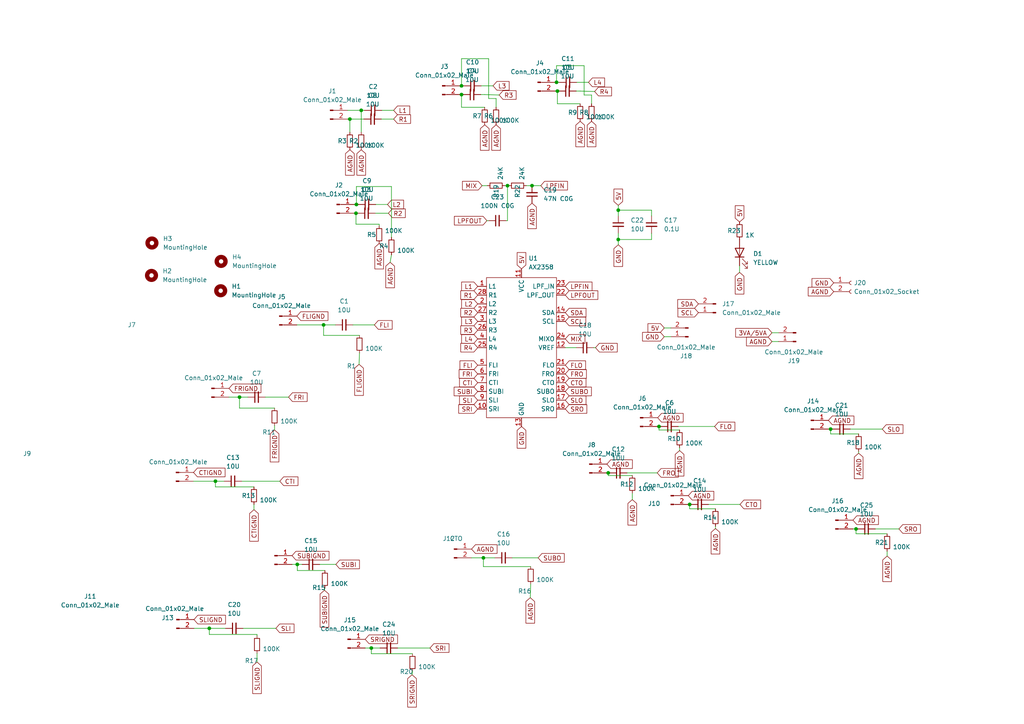
<source format=kicad_sch>
(kicad_sch (version 20230121) (generator eeschema)
  (paper "A4")
  (lib_symbols
    (symbol "Audio:AX2358"
      (property "Reference" "U" (at 0 0 0))
      (property "Value" "AX2358" (at 0 0 0))
      (symbol "AX2358_0_1"
        (polyline (pts (xy -10.16 50.8) (xy -10.16 12.7) (xy 10.16 12.7) (xy 10.16 53.34) (xy -10.16 53.34) (xy -10.16 50.8)))
      )
      (symbol "AX2358_1_1"
        (pin input line (at -12.7 50.8 0) (length 2.54) (name "L1") (number "1"))
        (pin input line (at -12.7 15.24 0) (length 2.54) (name "SRI") (number "10"))
        (pin input line (at 0 55.88 270) (length 2.54) (name "VCC") (number "11"))
        (pin output line (at 12.7 33.02 180) (length 2.54) (name "VREF") (number "12"))
        (pin input line (at 0 10.16 90) (length 2.54) (name "GND") (number "13"))
        (pin bidirectional line (at 12.7 43.18 180) (length 2.54) (name "SDA") (number "14"))
        (pin bidirectional line (at 12.7 40.64 180) (length 2.54) (name "SCL") (number "15"))
        (pin output line (at 12.7 15.24 180) (length 2.54) (name "SRO") (number "16"))
        (pin output line (at 12.7 17.78 180) (length 2.54) (name "SLO") (number "17"))
        (pin output line (at 12.7 20.32 180) (length 2.54) (name "SUBO") (number "18"))
        (pin output line (at 12.7 22.86 180) (length 2.54) (name "CTO") (number "19"))
        (pin input line (at -12.7 45.72 0) (length 2.54) (name "L2") (number "2"))
        (pin output line (at 12.7 25.4 180) (length 2.54) (name "FRO") (number "20"))
        (pin output line (at 12.7 27.94 180) (length 2.54) (name "FLO") (number "21"))
        (pin output line (at 12.7 48.26 180) (length 2.54) (name "LPF_OUT") (number "22"))
        (pin input line (at 12.7 50.8 180) (length 2.54) (name "LPF_IN") (number "23"))
        (pin output line (at 12.7 35.56 180) (length 2.54) (name "MIXO") (number "24"))
        (pin input line (at -12.7 33.02 0) (length 2.54) (name "R4") (number "25"))
        (pin input line (at -12.7 38.1 0) (length 2.54) (name "R3") (number "26"))
        (pin input line (at -12.7 43.18 0) (length 2.54) (name "R2") (number "27"))
        (pin input line (at -12.7 48.26 0) (length 2.54) (name "R1") (number "28"))
        (pin input line (at -12.7 40.64 0) (length 2.54) (name "L3") (number "3"))
        (pin input line (at -12.7 35.56 0) (length 2.54) (name "L4") (number "4"))
        (pin input line (at -12.7 27.94 0) (length 2.54) (name "FLI") (number "5"))
        (pin input line (at -12.7 25.4 0) (length 2.54) (name "FRI") (number "6"))
        (pin input line (at -12.7 22.86 0) (length 2.54) (name "CTI") (number "7"))
        (pin input line (at -12.7 20.32 0) (length 2.54) (name "SUBI") (number "8"))
        (pin input line (at -12.7 17.78 0) (length 2.54) (name "SLI") (number "9"))
      )
    )
    (symbol "Connector:Conn_01x02_Male" (pin_names (offset 1.016) hide)
      (property "Reference" "J" (at 0 2.54 0))
      (property "Value" "Conn_01x02_Male" (at 0 -5.08 0))
      (symbol "Conn_01x02_Male_1_1"
        (polyline (pts (xy 1.27 -2.54) (xy 0.8636 -2.54)) (stroke (width 0.1524)))
        (polyline (pts (xy 1.27 0) (xy 0.8636 0)) (stroke (width 0.1524)))
        (rectangle (start 0.8636 -2.413) (end 0 -2.667) (stroke (width 0.1524)) (fill (type outline)))
        (rectangle (start 0.8636 0.127) (end 0 -0.127) (stroke (width 0.1524)) (fill (type outline)))
        (pin passive line (at 5.08 0 180) (length 3.81) (name "Pin_1") (number "1"))
        (pin passive line (at 5.08 -2.54 180) (length 3.81) (name "Pin_2") (number "2"))
      )
    )
    (symbol "Connector:Conn_01x02_Socket" (pin_names (offset 1.016) hide)
      (property "Reference" "J" (at 0 2.54 0))
      (property "Value" "Conn_01x02_Socket" (at 0 -5.08 0))
      (symbol "Conn_01x02_Socket_1_1"
        (arc (start 0 -2.032) (mid -0.5058 -2.54) (end 0 -3.048) (stroke (width 0.1524)))
        (polyline (pts (xy -1.27 -2.54) (xy -0.508 -2.54)) (stroke (width 0.1524)))
        (polyline (pts (xy -1.27 0) (xy -0.508 0)) (stroke (width 0.1524)))
        (arc (start 0 0.508) (mid -0.5058 0) (end 0 -0.508) (stroke (width 0.1524)))
        (pin passive line (at -5.08 0 0) (length 3.81) (name "Pin_1") (number "1"))
        (pin passive line (at -5.08 -2.54 0) (length 3.81) (name "Pin_2") (number "2"))
      )
    )
    (symbol "Device:C_Small" (pin_numbers hide) (pin_names (offset 0.254) hide)
      (property "Reference" "C" (at 0.254 1.778 0))
      (property "Value" "C_Small" (at 0.254 -2.032 0))
      (symbol "C_Small_0_1"
        (polyline (pts (xy -1.524 -0.508) (xy 1.524 -0.508)) (stroke (width 0.3302)))
        (polyline (pts (xy -1.524 0.508) (xy 1.524 0.508)) (stroke (width 0.3048)))
      )
      (symbol "C_Small_1_1"
        (pin passive line (at 0 2.54 270) (length 2.032) (name "~") (number "1"))
        (pin passive line (at 0 -2.54 90) (length 2.032) (name "~") (number "2"))
      )
    )
    (symbol "Device:LED" (pin_numbers hide) (pin_names (offset 1.016) hide)
      (property "Reference" "D" (at 0 2.54 0))
      (property "Value" "LED" (at 0 -2.54 0))
      (symbol "LED_0_1"
        (polyline (pts (xy -1.27 -1.27) (xy -1.27 1.27)) (stroke (width 0.254)))
        (polyline (pts (xy -1.27 0) (xy 1.27 0)))
        (polyline (pts (xy 1.27 -1.27) (xy 1.27 1.27) (xy -1.27 0) (xy 1.27 -1.27)) (stroke (width 0.254)))
        (polyline (pts (xy -3.048 -0.762) (xy -4.572 -2.286) (xy -3.81 -2.286) (xy -4.572 -2.286) (xy -4.572 -1.524)))
        (polyline (pts (xy -1.778 -0.762) (xy -3.302 -2.286) (xy -2.54 -2.286) (xy -3.302 -2.286) (xy -3.302 -1.524)))
      )
      (symbol "LED_1_1"
        (pin passive line (at -3.81 0 0) (length 2.54) (name "K") (number "1"))
        (pin passive line (at 3.81 0 180) (length 2.54) (name "A") (number "2"))
      )
    )
    (symbol "Device:R_Small" (pin_numbers hide) (pin_names (offset 0.254) hide)
      (property "Reference" "R" (at 0.762 0.508 0))
      (property "Value" "R_Small" (at 0.762 -1.016 0))
      (symbol "R_Small_0_1"
        (rectangle (start -0.762 1.778) (end 0.762 -1.778) (stroke (width 0.2032)))
      )
      (symbol "R_Small_1_1"
        (pin passive line (at 0 2.54 270) (length 0.762) (name "~") (number "1"))
        (pin passive line (at 0 -2.54 90) (length 0.762) (name "~") (number "2"))
      )
    )
    (symbol "Mechanical:MountingHole" (pin_names (offset 1.016))
      (property "Reference" "H" (at 0 5.08 0))
      (property "Value" "MountingHole" (at 0 3.175 0))
      (symbol "MountingHole_0_1"
        (circle (center 0 0) (radius 1.27) (stroke (width 1.27)))
      )
    )
  )
  (junction (at 69.469 115.189))
  (junction (at 179.324 60.96))
  (junction (at 104.775 32.004))
  (junction (at 161.417 23.876))
  (junction (at 103.378 59.309))
  (junction (at 103.251 61.849))
  (junction (at 101.473 34.544))
  (junction (at 179.324 69.469))
  (junction (at 60.706 182.245))
  (junction (at 147.193 53.848))
  (junction (at 140.208 161.798))
  (junction (at 176.403 137.16))
  (junction (at 107.696 187.96))
  (junction (at 240.919 124.46))
  (junction (at 93.853 94.234))
  (junction (at 86.233 163.703))
  (junction (at 191.135 123.698))
  (junction (at 133.858 27.432))
  (junction (at 154.305 53.848))
  (junction (at 161.671 26.416))
  (junction (at 248.285 153.416))
  (junction (at 62.484 139.573))
  (junction (at 200.025 146.304))
  (junction (at 133.858 24.892))
  (wire (pts (xy 62.484 139.573) (xy 62.484 141.224)))
  (wire (pts (xy 94.107 171.196) (xy 94.234 170.561)))
  (wire (pts (xy 161.036 26.416) (xy 161.671 26.416)))
  (wire (pts (xy 110.744 32.004) (xy 114.173 32.004)))
  (wire (pts (xy 110.617 34.544) (xy 114.173 34.544)))
  (wire (pts (xy 104.775 32.004) (xy 104.775 38.354)))
  (wire (pts (xy 103.251 61.849) (xy 103.251 65.024)))
  (wire (pts (xy 183.388 143.002) (xy 183.388 144.907)))
  (wire (pts (xy 140.589 27.432) (xy 144.78 27.559)))
  (wire (pts (xy 86.233 163.703) (xy 86.233 165.481)))
  (wire (pts (xy 194.564 97.663) (xy 192.659 97.663)))
  (wire (pts (xy 207.518 152.654) (xy 207.518 153.289)))
  (wire (pts (xy 147.193 53.848) (xy 146.431 53.848)))
  (wire (pts (xy 225.806 96.52) (xy 223.901 96.52)))
  (wire (pts (xy 107.696 187.96) (xy 105.918 187.96)))
  (wire (pts (xy 133.858 24.892) (xy 133.35 24.892)))
  (wire (pts (xy 143.891 31.115) (xy 143.891 28.575)))
  (wire (pts (xy 197.104 129.794) (xy 197.104 130.683)))
  (wire (pts (xy 113.538 54.102) (xy 103.378 54.102)))
  (wire (pts (xy 93.853 97.282) (xy 104.267 97.282)))
  (wire (pts (xy 161.671 30.099) (xy 168.275 30.099)))
  (wire (pts (xy 69.469 115.189) (xy 66.421 115.189)))
  (wire (pts (xy 154.305 53.848) (xy 152.654 53.848)))
  (wire (pts (xy 107.696 189.611) (xy 119.634 189.611)))
  (wire (pts (xy 257.302 159.893) (xy 257.302 161.29)))
  (wire (pts (xy 133.35 27.432) (xy 133.858 27.432)))
  (wire (pts (xy 108.839 61.849) (xy 112.649 61.849)))
  (wire (pts (xy 113.538 73.914) (xy 113.157 76.073)))
  (wire (pts (xy 69.469 118.364) (xy 79.629 118.364)))
  (wire (pts (xy 179.324 70.993) (xy 179.324 69.469)))
  (wire (pts (xy 161.417 19.05) (xy 161.417 23.876)))
  (wire (pts (xy 156.845 53.848) (xy 154.305 53.848)))
  (wire (pts (xy 248.285 153.416) (xy 247.396 153.416)))
  (wire (pts (xy 133.858 31.115) (xy 140.589 31.115)))
  (wire (pts (xy 171.577 30.099) (xy 171.577 27.559)))
  (wire (pts (xy 205.486 146.304) (xy 214.63 146.304)))
  (wire (pts (xy 176.403 137.16) (xy 176.022 137.16)))
  (wire (pts (xy 100.838 34.544) (xy 101.473 34.544)))
  (wire (pts (xy 74.549 192.024) (xy 74.549 189.484)))
  (wire (pts (xy 143.51 161.798) (xy 140.208 161.798)))
  (wire (pts (xy 108.966 59.309) (xy 112.395 59.309)))
  (wire (pts (xy 60.706 182.245) (xy 60.706 184.023)))
  (wire (pts (xy 104.14 105.664) (xy 104.267 102.362)))
  (wire (pts (xy 200.025 146.304) (xy 199.644 146.304)))
  (wire (pts (xy 140.208 161.798) (xy 140.208 164.338)))
  (wire (pts (xy 133.858 27.432) (xy 134.366 27.432)))
  (wire (pts (xy 169.418 27.559) (xy 169.418 19.05)))
  (wire (pts (xy 172.72 100.838) (xy 172.212 100.838)))
  (wire (pts (xy 119.507 195.707) (xy 119.634 194.691)))
  (wire (pts (xy 191.135 124.714) (xy 197.104 124.714)))
  (wire (pts (xy 188.976 60.96) (xy 179.324 60.96)))
  (wire (pts (xy 97.282 94.234) (xy 93.853 94.234)))
  (wire (pts (xy 92.71 163.703) (xy 97.409 163.703)))
  (wire (pts (xy 141.732 17.018) (xy 133.858 17.018)))
  (wire (pts (xy 93.853 94.234) (xy 93.853 97.282)))
  (wire (pts (xy 104.775 32.004) (xy 100.838 32.004)))
  (wire (pts (xy 115.316 187.96) (xy 124.714 187.96)))
  (wire (pts (xy 248.793 153.416) (xy 248.285 153.416)))
  (wire (pts (xy 139.446 27.432) (xy 140.589 27.432)))
  (wire (pts (xy 200.025 147.574) (xy 207.518 147.574)))
  (wire (pts (xy 65.024 139.573) (xy 62.484 139.573)))
  (wire (pts (xy 107.696 187.96) (xy 107.696 189.611)))
  (wire (pts (xy 105.664 32.004) (xy 104.775 32.004)))
  (wire (pts (xy 143.891 28.575) (xy 141.732 28.575)))
  (wire (pts (xy 240.919 125.857) (xy 249.047 125.857)))
  (wire (pts (xy 179.324 60.96) (xy 179.324 62.611)))
  (wire (pts (xy 167.259 23.876) (xy 170.688 23.876)))
  (wire (pts (xy 167.132 100.838) (xy 163.957 100.838)))
  (wire (pts (xy 168.275 26.416) (xy 172.466 26.543)))
  (wire (pts (xy 196.723 123.698) (xy 207.264 123.698)))
  (wire (pts (xy 153.924 169.418) (xy 153.797 173.355)))
  (wire (pts (xy 79.629 124.714) (xy 79.629 123.444)))
  (wire (pts (xy 148.59 161.798) (xy 156.083 161.798)))
  (wire (pts (xy 161.036 23.876) (xy 161.417 23.876)))
  (wire (pts (xy 69.469 115.189) (xy 69.469 118.364)))
  (wire (pts (xy 176.784 137.16) (xy 176.403 137.16)))
  (wire (pts (xy 141.351 53.848) (xy 139.827 53.848)))
  (wire (pts (xy 110.236 187.96) (xy 107.696 187.96)))
  (wire (pts (xy 179.324 59.563) (xy 179.324 60.96)))
  (wire (pts (xy 171.577 27.559) (xy 169.418 27.559)))
  (wire (pts (xy 62.484 141.224) (xy 73.66 141.224)))
  (wire (pts (xy 102.743 59.309) (xy 103.378 59.309)))
  (wire (pts (xy 71.882 115.189) (xy 69.469 115.189)))
  (wire (pts (xy 101.473 34.544) (xy 105.537 34.544)))
  (wire (pts (xy 161.417 23.876) (xy 162.179 23.876)))
  (wire (pts (xy 241.554 124.46) (xy 240.919 124.46)))
  (wire (pts (xy 179.324 69.469) (xy 188.976 69.469)))
  (wire (pts (xy 147.193 64.008) (xy 146.812 64.008)))
  (wire (pts (xy 167.132 26.416) (xy 168.275 26.416)))
  (wire (pts (xy 161.671 26.416) (xy 161.671 30.099)))
  (wire (pts (xy 134.493 24.892) (xy 133.858 24.892)))
  (wire (pts (xy 103.378 54.102) (xy 103.378 59.309)))
  (wire (pts (xy 70.485 182.245) (xy 80.01 182.245)))
  (wire (pts (xy 87.63 163.703) (xy 86.233 163.703)))
  (wire (pts (xy 60.706 182.245) (xy 56.261 182.245)))
  (wire (pts (xy 191.135 123.698) (xy 191.135 124.714)))
  (wire (pts (xy 74.549 184.023) (xy 74.549 184.404)))
  (wire (pts (xy 191.135 123.698) (xy 190.754 123.698)))
  (wire (pts (xy 194.564 95.123) (xy 192.659 95.123)))
  (wire (pts (xy 139.573 24.892) (xy 143.002 24.892)))
  (wire (pts (xy 93.853 94.234) (xy 86.106 94.234)))
  (wire (pts (xy 141.732 28.575) (xy 141.732 17.018)))
  (wire (pts (xy 147.193 53.848) (xy 147.193 64.008)))
  (wire (pts (xy 76.962 115.189) (xy 83.693 115.189)))
  (wire (pts (xy 225.806 99.06) (xy 223.901 99.06)))
  (wire (pts (xy 188.976 69.469) (xy 188.976 67.691)))
  (wire (pts (xy 179.324 69.469) (xy 179.324 67.691)))
  (wire (pts (xy 176.403 137.16) (xy 176.403 137.922)))
  (wire (pts (xy 73.66 147.828) (xy 73.66 146.304)))
  (wire (pts (xy 113.538 68.834) (xy 113.538 54.102)))
  (wire (pts (xy 102.743 61.849) (xy 103.251 61.849)))
  (wire (pts (xy 103.378 59.309) (xy 103.886 59.309)))
  (wire (pts (xy 141.224 64.008) (xy 141.732 64.008)))
  (wire (pts (xy 103.251 65.024) (xy 109.982 65.024)))
  (wire (pts (xy 133.858 27.432) (xy 133.858 31.115)))
  (wire (pts (xy 60.706 184.023) (xy 74.549 184.023)))
  (wire (pts (xy 248.285 154.813) (xy 257.302 154.813)))
  (wire (pts (xy 214.503 78.994) (xy 214.503 77.089)))
  (wire (pts (xy 109.982 65.024) (xy 109.982 65.532)))
  (wire (pts (xy 176.403 137.922) (xy 183.388 137.922)))
  (wire (pts (xy 147.574 53.848) (xy 147.193 53.848)))
  (wire (pts (xy 70.104 139.573) (xy 81.153 139.573)))
  (wire (pts (xy 86.233 163.703) (xy 84.709 163.703)))
  (wire (pts (xy 65.405 182.245) (xy 60.706 182.245)))
  (wire (pts (xy 191.643 123.698) (xy 191.135 123.698)))
  (wire (pts (xy 102.362 94.234) (xy 108.585 94.234)))
  (wire (pts (xy 62.484 139.573) (xy 56.134 139.573)))
  (wire (pts (xy 200.406 146.304) (xy 200.025 146.304)))
  (wire (pts (xy 169.418 19.05) (xy 161.417 19.05)))
  (wire (pts (xy 248.285 153.416) (xy 248.285 154.813)))
  (wire (pts (xy 200.025 146.304) (xy 200.025 147.574)))
  (wire (pts (xy 240.919 124.46) (xy 240.919 125.857)))
  (wire (pts (xy 86.233 165.481) (xy 94.234 165.481)))
  (wire (pts (xy 246.634 124.46) (xy 255.905 124.46)))
  (wire (pts (xy 140.208 164.338) (xy 153.924 164.338)))
  (wire (pts (xy 103.251 61.849) (xy 103.759 61.849)))
  (wire (pts (xy 253.873 153.416) (xy 260.731 153.416)))
  (wire (pts (xy 249.047 130.937) (xy 249.047 131.445)))
  (wire (pts (xy 188.976 62.611) (xy 188.976 60.96)))
  (wire (pts (xy 240.919 124.46) (xy 240.284 124.46)))
  (wire (pts (xy 133.858 17.018) (xy 133.858 24.892)))
  (wire (pts (xy 181.864 137.16) (xy 190.627 137.16)))
  (wire (pts (xy 161.671 26.416) (xy 162.052 26.416)))
  (wire (pts (xy 101.473 34.544) (xy 101.473 38.354)))
  (wire (pts (xy 140.208 161.798) (xy 136.779 161.798)))
  (global_label "R2" (shape input) (at 138.557 90.678 180) (property "Intersheetrefs" "${INTERSHEET_REFS}" (effects hide)))
  (global_label "AGND" (shape input) (at 171.577 35.179 270) (property "Intersheetrefs" "${INTERSHEET_REFS}" (effects hide)))
  (global_label "AGND" (shape input) (at 136.779 159.258 0) (property "Intersheetrefs" "${INTERSHEET_REFS}" (effects hide)))
  (global_label "LPFIN" (shape input) (at 156.845 53.848 0) (property "Intersheetrefs" "${INTERSHEET_REFS}" (effects hide)))
  (global_label "AGND" (shape input) (at 207.518 153.289 270) (property "Intersheetrefs" "${INTERSHEET_REFS}" (effects hide)))
  (global_label "AGND" (shape input) (at 199.644 143.764 0) (property "Intersheetrefs" "${INTERSHEET_REFS}" (effects hide)))
  (global_label "R1" (shape input) (at 138.557 85.598 180) (property "Intersheetrefs" "${INTERSHEET_REFS}" (effects hide)))
  (global_label "GND" (shape input) (at 214.503 78.994 270) (property "Intersheetrefs" "${INTERSHEET_REFS}" (effects hide)))
  (global_label "FRI" (shape input) (at 138.557 108.458 180) (property "Intersheetrefs" "${INTERSHEET_REFS}" (effects hide)))
  (global_label "5V" (shape input) (at 214.503 64.389 90) (property "Intersheetrefs" "${INTERSHEET_REFS}" (effects hide)))
  (global_label "SLI" (shape input) (at 138.557 116.078 180) (property "Intersheetrefs" "${INTERSHEET_REFS}" (effects hide)))
  (global_label "SUBIGND" (shape input) (at 84.709 161.163 0) (property "Intersheetrefs" "${INTERSHEET_REFS}" (effects hide)))
  (global_label "CTIGND" (shape input) (at 56.134 137.033 0) (property "Intersheetrefs" "${INTERSHEET_REFS}" (effects hide)))
  (global_label "FLI" (shape input) (at 108.585 94.234 0) (property "Intersheetrefs" "${INTERSHEET_REFS}" (effects hide)))
  (global_label "SLIGND" (shape input) (at 56.261 179.705 0) (property "Intersheetrefs" "${INTERSHEET_REFS}" (effects hide)))
  (global_label "AGND" (shape input) (at 168.275 35.179 270) (property "Intersheetrefs" "${INTERSHEET_REFS}" (effects hide)))
  (global_label "AGND" (shape input) (at 104.775 43.434 270) (property "Intersheetrefs" "${INTERSHEET_REFS}" (effects hide)))
  (global_label "SCL" (shape input) (at 163.957 93.218 0) (property "Intersheetrefs" "${INTERSHEET_REFS}" (effects hide)))
  (global_label "SRIGND" (shape input) (at 105.918 185.42 0) (property "Intersheetrefs" "${INTERSHEET_REFS}" (effects hide)))
  (global_label "L4" (shape input) (at 138.557 98.298 180) (property "Intersheetrefs" "${INTERSHEET_REFS}" (effects hide)))
  (global_label "AGND" (shape input) (at 257.302 161.29 270) (property "Intersheetrefs" "${INTERSHEET_REFS}" (effects hide)))
  (global_label "5V" (shape input) (at 151.257 77.978 90) (property "Intersheetrefs" "${INTERSHEET_REFS}" (effects hide)))
  (global_label "AGND" (shape input) (at 183.388 144.907 270) (property "Intersheetrefs" "${INTERSHEET_REFS}" (effects hide)))
  (global_label "L1" (shape input) (at 114.173 32.004 0) (property "Intersheetrefs" "${INTERSHEET_REFS}" (effects hide)))
  (global_label "AGND" (shape input) (at 143.891 36.195 270) (property "Intersheetrefs" "${INTERSHEET_REFS}" (effects hide)))
  (global_label "SLO" (shape input) (at 255.905 124.46 0) (property "Intersheetrefs" "${INTERSHEET_REFS}" (effects hide)))
  (global_label "LPFOUT" (shape input) (at 163.957 85.598 0) (property "Intersheetrefs" "${INTERSHEET_REFS}" (effects hide)))
  (global_label "FRIGND" (shape input) (at 66.421 112.649 0) (property "Intersheetrefs" "${INTERSHEET_REFS}" (effects hide)))
  (global_label "3VA{slash}5VA" (shape input) (at 223.901 96.52 180) (property "Intersheetrefs" "${INTERSHEET_REFS}" (effects hide)))
  (global_label "L2" (shape input) (at 112.395 59.309 0) (property "Intersheetrefs" "${INTERSHEET_REFS}" (effects hide)))
  (global_label "LPFIN" (shape input) (at 163.957 83.058 0) (property "Intersheetrefs" "${INTERSHEET_REFS}" (effects hide)))
  (global_label "R3" (shape input) (at 144.78 27.559 0) (property "Intersheetrefs" "${INTERSHEET_REFS}" (effects hide)))
  (global_label "5V" (shape input) (at 179.324 59.563 90) (property "Intersheetrefs" "${INTERSHEET_REFS}" (effects hide)))
  (global_label "AGND" (shape input) (at 176.022 134.62 0) (property "Intersheetrefs" "${INTERSHEET_REFS}" (effects hide)))
  (global_label "AGND" (shape input) (at 247.396 150.876 0) (property "Intersheetrefs" "${INTERSHEET_REFS}" (effects hide)))
  (global_label "MIX" (shape input) (at 163.957 98.298 0) (property "Intersheetrefs" "${INTERSHEET_REFS}" (effects hide)))
  (global_label "R2" (shape input) (at 112.649 61.849 0) (property "Intersheetrefs" "${INTERSHEET_REFS}" (effects hide)))
  (global_label "GND" (shape input) (at 241.808 82.042 180) (property "Intersheetrefs" "${INTERSHEET_REFS}" (effects hide)))
  (global_label "SLI" (shape input) (at 80.01 182.245 0) (property "Intersheetrefs" "${INTERSHEET_REFS}" (effects hide)))
  (global_label "FRI" (shape input) (at 83.693 115.189 0) (property "Intersheetrefs" "${INTERSHEET_REFS}" (effects hide)))
  (global_label "R4" (shape input) (at 172.466 26.543 0) (property "Intersheetrefs" "${INTERSHEET_REFS}" (effects hide)))
  (global_label "AGND" (shape input) (at 223.901 99.06 180) (property "Intersheetrefs" "${INTERSHEET_REFS}" (effects hide)))
  (global_label "SUBO" (shape input) (at 163.957 113.538 0) (property "Intersheetrefs" "${INTERSHEET_REFS}" (effects hide)))
  (global_label "AGND" (shape input) (at 240.284 121.92 0) (property "Intersheetrefs" "${INTERSHEET_REFS}" (effects hide)))
  (global_label "GND" (shape input) (at 179.324 70.993 270) (property "Intersheetrefs" "${INTERSHEET_REFS}" (effects hide)))
  (global_label "SDA" (shape input) (at 202.565 88.138 180) (property "Intersheetrefs" "${INTERSHEET_REFS}" (effects hide)))
  (global_label "GND" (shape input) (at 151.257 123.698 270) (property "Intersheetrefs" "${INTERSHEET_REFS}" (effects hide)))
  (global_label "SLIGND" (shape input) (at 74.549 192.024 270) (property "Intersheetrefs" "${INTERSHEET_REFS}" (effects hide)))
  (global_label "SRIGND" (shape input) (at 119.507 195.707 270) (property "Intersheetrefs" "${INTERSHEET_REFS}" (effects hide)))
  (global_label "L2" (shape input) (at 138.557 88.138 180) (property "Intersheetrefs" "${INTERSHEET_REFS}" (effects hide)))
  (global_label "FRO" (shape input) (at 190.627 137.16 0) (property "Intersheetrefs" "${INTERSHEET_REFS}" (effects hide)))
  (global_label "R1" (shape input) (at 114.173 34.544 0) (property "Intersheetrefs" "${INTERSHEET_REFS}" (effects hide)))
  (global_label "AGND" (shape input) (at 140.589 36.195 270) (property "Intersheetrefs" "${INTERSHEET_REFS}" (effects hide)))
  (global_label "SUBIGND" (shape input) (at 94.107 171.196 270) (property "Intersheetrefs" "${INTERSHEET_REFS}" (effects hide)))
  (global_label "SDA" (shape input) (at 163.957 90.678 0) (property "Intersheetrefs" "${INTERSHEET_REFS}" (effects hide)))
  (global_label "AGND" (shape input) (at 197.104 130.683 270) (property "Intersheetrefs" "${INTERSHEET_REFS}" (effects hide)))
  (global_label "FLIGND" (shape input) (at 104.14 105.664 270) (property "Intersheetrefs" "${INTERSHEET_REFS}" (effects hide)))
  (global_label "FRIGND" (shape input) (at 79.629 124.714 270) (property "Intersheetrefs" "${INTERSHEET_REFS}" (effects hide)))
  (global_label "SRO" (shape input) (at 163.957 118.618 0) (property "Intersheetrefs" "${INTERSHEET_REFS}" (effects hide)))
  (global_label "L1" (shape input) (at 138.557 83.058 180) (property "Intersheetrefs" "${INTERSHEET_REFS}" (effects hide)))
  (global_label "FLIGND" (shape input) (at 86.106 91.694 0) (property "Intersheetrefs" "${INTERSHEET_REFS}" (effects hide)))
  (global_label "CTIGND" (shape input) (at 73.66 147.828 270) (property "Intersheetrefs" "${INTERSHEET_REFS}" (effects hide)))
  (global_label "SCL" (shape input) (at 202.565 90.678 180) (property "Intersheetrefs" "${INTERSHEET_REFS}" (effects hide)))
  (global_label "AGND" (shape input) (at 109.982 70.612 270) (property "Intersheetrefs" "${INTERSHEET_REFS}" (effects hide)))
  (global_label "SLO" (shape input) (at 163.957 116.078 0) (property "Intersheetrefs" "${INTERSHEET_REFS}" (effects hide)))
  (global_label "R4" (shape input) (at 138.557 100.838 180) (property "Intersheetrefs" "${INTERSHEET_REFS}" (effects hide)))
  (global_label "L4" (shape input) (at 170.688 23.876 0) (property "Intersheetrefs" "${INTERSHEET_REFS}" (effects hide)))
  (global_label "AGND" (shape input) (at 101.473 43.434 270) (property "Intersheetrefs" "${INTERSHEET_REFS}" (effects hide)))
  (global_label "FRO" (shape input) (at 163.957 108.458 0) (property "Intersheetrefs" "${INTERSHEET_REFS}" (effects hide)))
  (global_label "L3" (shape input) (at 138.557 93.218 180) (property "Intersheetrefs" "${INTERSHEET_REFS}" (effects hide)))
  (global_label "SRI" (shape input) (at 138.557 118.618 180) (property "Intersheetrefs" "${INTERSHEET_REFS}" (effects hide)))
  (global_label "SRI" (shape input) (at 124.714 187.96 0) (property "Intersheetrefs" "${INTERSHEET_REFS}" (effects hide)))
  (global_label "FLO" (shape input) (at 163.957 105.918 0) (property "Intersheetrefs" "${INTERSHEET_REFS}" (effects hide)))
  (global_label "SUBI" (shape input) (at 97.409 163.703 0) (property "Intersheetrefs" "${INTERSHEET_REFS}" (effects hide)))
  (global_label "CTI" (shape input) (at 138.557 110.998 180) (property "Intersheetrefs" "${INTERSHEET_REFS}" (effects hide)))
  (global_label "GND" (shape input) (at 172.72 100.838 0) (property "Intersheetrefs" "${INTERSHEET_REFS}" (effects hide)))
  (global_label "SUBO" (shape input) (at 156.083 161.798 0) (property "Intersheetrefs" "${INTERSHEET_REFS}" (effects hide)))
  (global_label "LPFOUT" (shape input) (at 141.224 64.008 180) (property "Intersheetrefs" "${INTERSHEET_REFS}" (effects hide)))
  (global_label "GND" (shape input) (at 192.659 97.663 180) (property "Intersheetrefs" "${INTERSHEET_REFS}" (effects hide)))
  (global_label "FLO" (shape input) (at 207.264 123.698 0) (property "Intersheetrefs" "${INTERSHEET_REFS}" (effects hide)))
  (global_label "MIX" (shape input) (at 139.827 53.848 180) (property "Intersheetrefs" "${INTERSHEET_REFS}" (effects hide)))
  (global_label "AGND" (shape input) (at 153.797 173.355 270) (property "Intersheetrefs" "${INTERSHEET_REFS}" (effects hide)))
  (global_label "CTO" (shape input) (at 163.957 110.998 0) (property "Intersheetrefs" "${INTERSHEET_REFS}" (effects hide)))
  (global_label "AGND" (shape input) (at 113.157 76.073 270) (property "Intersheetrefs" "${INTERSHEET_REFS}" (effects hide)))
  (global_label "AGND" (shape input) (at 190.754 121.158 0) (property "Intersheetrefs" "${INTERSHEET_REFS}" (effects hide)))
  (global_label "FLI" (shape input) (at 138.557 105.918 180) (property "Intersheetrefs" "${INTERSHEET_REFS}" (effects hide)))
  (global_label "AGND" (shape input) (at 241.808 84.582 180) (property "Intersheetrefs" "${INTERSHEET_REFS}" (effects hide)))
  (global_label "CTO" (shape input) (at 214.63 146.304 0) (property "Intersheetrefs" "${INTERSHEET_REFS}" (effects hide)))
  (global_label "R3" (shape input) (at 138.557 95.758 180) (property "Intersheetrefs" "${INTERSHEET_REFS}" (effects hide)))
  (global_label "AGND" (shape input) (at 249.047 131.445 270) (property "Intersheetrefs" "${INTERSHEET_REFS}" (effects hide)))
  (global_label "SUBI" (shape input) (at 138.557 113.538 180) (property "Intersheetrefs" "${INTERSHEET_REFS}" (effects hide)))
  (global_label "AGND" (shape input) (at 154.305 58.928 270) (property "Intersheetrefs" "${INTERSHEET_REFS}" (effects hide)))
  (global_label "5V" (shape input) (at 192.659 95.123 180) (property "Intersheetrefs" "${INTERSHEET_REFS}" (effects hide)))
  (global_label "L3" (shape input) (at 143.002 24.892 0) (property "Intersheetrefs" "${INTERSHEET_REFS}" (effects hide)))
  (global_label "SRO" (shape input) (at 260.731 153.416 0) (property "Intersheetrefs" "${INTERSHEET_REFS}" (effects hide)))
  (global_label "CTI" (shape input) (at 81.153 139.573 0) (property "Intersheetrefs" "${INTERSHEET_REFS}" (effects hide)))
  (symbol (lib_id "Device:C_Small") (at 67.564 139.573 90) (unit 1)
    (property "Reference" "C13" (at 67.5703 132.715 90))
    (property "Value" "10U" (at 67.5703 135.255 90))
    (property "Footprint" "Capacitor_THT:CP_Radial_D5.0mm_P2.50mm" (effects hide))
  )
  (symbol (lib_id "Device:R_Small") (at 143.891 53.848 90) (unit 1)
    (property "Reference" "R19" (at 143.891 57.404 0) (effects (justify left)))
    (property "Value" "24K" (at 145.1609 52.197 0) (effects (justify left)))
    (property "Footprint" "Resistor_SMD:R_0805_2012Metric_Pad1.20x1.40mm_HandSolder" (effects hide))
  )
  (symbol (lib_id "Connector:Conn_01x02_Male") (at 97.663 59.309 0) (unit 1)
    (property "Reference" "J2" (at 98.298 53.721 0))
    (property "Value" "Conn_01x02_Male" (at 98.298 56.261 0))
    (property "Footprint" "Connector_JST:JST_PH_B2B-PH-K_1x02_P2.00mm_Vertical" (effects hide))
  )
  (symbol (lib_id "Device:R_Small") (at 109.982 68.072 0) (unit 1)
    (property "Reference" "R5" (at 106.426 68.072 0) (effects (justify left)))
    (property "Value" "100K" (at 111.633 66.929 0) (effects (justify left)))
    (property "Footprint" "Resistor_SMD:R_0805_2012Metric_Pad1.20x1.40mm_HandSolder" (effects hide))
  )
  (symbol (lib_id "Device:R_Small") (at 171.577 32.639 0) (unit 1)
    (property "Reference" "R8" (at 168.021 32.639 0) (effects (justify left)))
    (property "Value" "100K" (at 173.228 33.9089 0) (effects (justify left)))
    (property "Footprint" "Resistor_SMD:R_0805_2012Metric_Pad1.20x1.40mm_HandSolder" (effects hide))
  )
  (symbol (lib_id "Device:R_Small") (at 153.924 166.878 0) (unit 1)
    (property "Reference" "R16" (at 150.241 171.45 0) (effects (justify left)))
    (property "Value" "100K" (at 155.575 168.1479 0) (effects (justify left)))
    (property "Footprint" "Resistor_SMD:R_0805_2012Metric_Pad1.20x1.40mm_HandSolder" (effects hide))
  )
  (symbol (lib_id "Connector:Conn_01x02_Male") (at 100.838 185.42 0) (unit 1)
    (property "Reference" "J15" (at 101.473 179.832 0))
    (property "Value" "Conn_01x02_Male" (at 101.473 182.372 0))
    (property "Footprint" "Connector_JST:JST_PH_B2B-PH-K_1x02_P2.00mm_Vertical" (effects hide))
  )
  (symbol (lib_id "Device:R_Small") (at 140.589 33.655 0) (unit 1)
    (property "Reference" "R7" (at 137.033 33.655 0) (effects (justify left)))
    (property "Value" "100K" (at 142.24 34.9249 0) (effects (justify left)))
    (property "Footprint" "Resistor_SMD:R_0805_2012Metric_Pad1.20x1.40mm_HandSolder" (effects hide))
  )
  (symbol (lib_id "Connector:Conn_01x02_Male") (at 235.204 121.92 0) (unit 1)
    (property "Reference" "J14" (at 235.839 116.332 0))
    (property "Value" "Conn_01x02_Male" (at 235.839 118.872 0))
    (property "Footprint" "Connector_JST:JST_PH_B2B-PH-K_1x02_P2.00mm_Vertical" (effects hide))
  )
  (symbol (lib_id "Connector:Conn_01x02_Male") (at 155.956 23.876 0) (unit 1)
    (property "Reference" "J4" (at 156.591 18.288 0))
    (property "Value" "Conn_01x02_Male" (at 156.591 20.828 0))
    (property "Footprint" "Connector_JST:JST_PH_B2B-PH-K_1x02_P2.00mm_Vertical" (effects hide))
  )
  (symbol (lib_id "Device:C_Small") (at 99.822 94.234 90) (unit 1)
    (property "Reference" "C1" (at 99.8283 87.376 90))
    (property "Value" "10U" (at 99.8283 89.916 90))
    (property "Footprint" "Capacitor_THT:CP_Radial_D5.0mm_P2.50mm" (effects hide))
  )
  (symbol (lib_id "Connector:Conn_01x02_Male") (at 170.942 134.62 0) (unit 1)
    (property "Reference" "J8" (at 171.577 129.032 0))
    (property "Value" "Conn_01x02_Male" (at 171.577 131.572 0))
    (property "Footprint" "Connector_JST:JST_PH_B2B-PH-K_1x02_P2.00mm_Vertical" (effects hide))
  )
  (symbol (lib_id "Connector:Conn_01x02_Socket") (at 246.888 82.042 0) (unit 1)
    (property "Reference" "J20" (at 247.65 82.042 0) (effects (justify left)))
    (property "Value" "Conn_01x02_Socket" (at 247.65 84.582 0) (effects (justify left)))
    (property "Footprint" "Connector_PinHeader_2.54mm:PinHeader_1x02_P2.54mm_Vertical" (effects hide))
  )
  (symbol (lib_id "Device:R_Small") (at 79.629 120.904 0) (unit 1)
    (property "Reference" "R11" (at 76.073 125.349 0) (effects (justify left)))
    (property "Value" "100K" (at 81.28 122.1739 0) (effects (justify left)))
    (property "Footprint" "Resistor_SMD:R_0805_2012Metric_Pad1.20x1.40mm_HandSolder" (effects hide))
  )
  (symbol (lib_id "Device:C_Small") (at 136.906 27.432 90) (unit 1)
    (property "Reference" "C4" (at 136.9123 20.574 90))
    (property "Value" "10U" (at 136.9123 23.114 90))
    (property "Footprint" "Capacitor_THT:CP_Radial_D5.0mm_P2.50mm" (effects hide))
  )
  (symbol (lib_id "Connector:Conn_01x02_Male") (at 51.181 179.705 0) (unit 1)
    (property "Reference" "J13" (at 48.641 179.197 0))
    (property "Value" "Conn_01x02_Male" (at 50.673 176.53 0))
    (property "Footprint" "Connector_JST:JST_PH_B2B-PH-K_1x02_P2.00mm_Vertical" (effects hide))
  )
  (symbol (lib_id "Device:C_Small") (at 164.592 26.416 90) (unit 1)
    (property "Reference" "C5" (at 164.5983 19.558 90))
    (property "Value" "10U" (at 164.5983 22.098 90))
    (property "Footprint" "Capacitor_THT:CP_Radial_D5.0mm_P2.50mm" (effects hide))
  )
  (symbol (lib_id "Device:R_Small") (at 104.775 40.894 0) (unit 1)
    (property "Reference" "R2" (at 101.219 40.894 0) (effects (justify left)))
    (property "Value" "100K" (at 106.426 42.1639 0) (effects (justify left)))
    (property "Footprint" "Resistor_SMD:R_0805_2012Metric_Pad1.20x1.40mm_HandSolder" (effects hide))
  )
  (symbol (lib_id "Connector:Conn_01x02_Male") (at 95.758 32.004 0) (unit 1)
    (property "Reference" "J1" (at 96.393 26.416 0))
    (property "Value" "Conn_01x02_Male" (at 96.393 28.956 0))
    (property "Footprint" "Connector_JST:JST_PH_B2B-PH-K_1x02_P2.00mm_Vertical" (effects hide))
  )
  (symbol (lib_id "Device:R_Small") (at 150.114 53.848 90) (unit 1)
    (property "Reference" "R22" (at 150.114 57.404 0) (effects (justify left)))
    (property "Value" "24K" (at 151.3839 52.197 0) (effects (justify left)))
    (property "Footprint" "Resistor_SMD:R_0805_2012Metric_Pad1.20x1.40mm_HandSolder" (effects hide))
  )
  (symbol (lib_id "Mechanical:MountingHole") (at 64.135 75.819 0) (unit 1)
    (property "Reference" "H4" (at 67.31 74.5489 0) (effects (justify left)))
    (property "Value" "MountingHole" (at 67.31 77.0889 0) (effects (justify left)))
    (property "Footprint" "MountingHole:MountingHole_3.2mm_M3" (effects hide))
  )
  (symbol (lib_id "Connector:Conn_01x02_Male") (at 131.699 159.258 0) (unit 1)
    (property "Reference" "J12" (at 130.175 156.21 0))
    (property "Value" "CTO" (at 132.334 156.21 0))
    (property "Footprint" "Connector_JST:JST_PH_B2B-PH-K_1x02_P2.00mm_Vertical" (effects hide))
  )
  (symbol (lib_id "Connector:Conn_01x02_Male") (at 242.316 150.876 0) (unit 1)
    (property "Reference" "J16" (at 242.951 145.288 0))
    (property "Value" "Conn_01x02_Male" (at 242.951 147.828 0))
    (property "Footprint" "Connector_JST:JST_PH_B2B-PH-K_1x02_P2.00mm_Vertical" (effects hide))
  )
  (symbol (lib_id "Audio:AX2358") (at 151.257 133.858 0) (unit 1)
    (property "Reference" "U1" (at 153.2764 74.93 0) (effects (justify left)))
    (property "Value" "AX2358" (at 153.2764 77.47 0) (effects (justify left)))
    (property "Footprint" "Package_SO:SOIC-28W_7.5x18.7mm_P1.27mm" (effects hide))
  )
  (symbol (lib_id "Connector:Conn_01x02_Male") (at 230.886 99.06 180) (unit 1)
    (property "Reference" "J19" (at 230.251 104.648 0))
    (property "Value" "Conn_01x02_Male" (at 230.251 102.108 0))
    (property "Footprint" "Connector_JST:JST_PH_B2B-PH-K_1x02_P2.00mm_Vertical" (effects hide))
  )
  (symbol (lib_id "Device:R_Small") (at 94.234 168.021 0) (unit 1)
    (property "Reference" "R15" (at 90.551 170.434 0) (effects (justify left)))
    (property "Value" "100K" (at 95.885 169.2909 0) (effects (justify left)))
    (property "Footprint" "Resistor_SMD:R_0805_2012Metric_Pad1.20x1.40mm_HandSolder" (effects hide))
  )
  (symbol (lib_id "Mechanical:MountingHole") (at 44.069 70.485 0) (unit 1)
    (property "Reference" "H3" (at 47.244 69.2149 0) (effects (justify left)))
    (property "Value" "MountingHole" (at 47.244 71.7549 0) (effects (justify left)))
    (property "Footprint" "MountingHole:MountingHole_3.2mm_M3" (effects hide))
  )
  (symbol (lib_id "Connector:Conn_01x02_Male") (at 51.054 137.033 0) (unit 1)
    (property "Reference" "J9" (at 7.874 131.572 0))
    (property "Value" "Conn_01x02_Male" (at 51.689 133.985 0))
    (property "Footprint" "Connector_JST:JST_PH_B2B-PH-K_1x02_P2.00mm_Vertical" (effects hide))
  )
  (symbol (lib_id "Device:C_Small") (at 74.422 115.189 90) (unit 1)
    (property "Reference" "C7" (at 74.4283 108.331 90))
    (property "Value" "10U" (at 74.4283 110.871 90))
    (property "Footprint" "Capacitor_THT:CP_Radial_D5.0mm_P2.50mm" (effects hide))
  )
  (symbol (lib_id "Device:R_Small") (at 113.538 71.374 0) (unit 1)
    (property "Reference" "R4" (at 109.982 71.374 0) (effects (justify left)))
    (property "Value" "100K" (at 115.189 72.6439 0) (effects (justify left)))
    (property "Footprint" "Resistor_SMD:R_0805_2012Metric_Pad1.20x1.40mm_HandSolder" (effects hide))
  )
  (symbol (lib_id "Device:C_Small") (at 67.945 182.245 90) (unit 1)
    (property "Reference" "C20" (at 67.9513 175.387 90))
    (property "Value" "10U" (at 67.9513 177.927 90))
    (property "Footprint" "Capacitor_THT:CP_Radial_D5.0mm_P2.50mm" (effects hide))
  )
  (symbol (lib_id "Device:R_Small") (at 197.104 127.254 0) (unit 1)
    (property "Reference" "R10" (at 193.548 127.254 0) (effects (justify left)))
    (property "Value" "100K" (at 198.755 128.5239 0) (effects (justify left)))
    (property "Footprint" "Resistor_SMD:R_0805_2012Metric_Pad1.20x1.40mm_HandSolder" (effects hide))
  )
  (symbol (lib_id "Connector:Conn_01x02_Male") (at 61.341 112.649 0) (unit 1)
    (property "Reference" "J7" (at 38.227 94.234 0))
    (property "Value" "Conn_01x02_Male" (at 61.976 109.601 0))
    (property "Footprint" "Connector_JST:JST_PH_B2B-PH-K_1x02_P2.00mm_Vertical" (effects hide))
  )
  (symbol (lib_id "Device:R_Small") (at 214.503 66.929 0) (unit 1)
    (property "Reference" "R23" (at 210.947 66.929 0) (effects (justify left)))
    (property "Value" "1K" (at 216.154 68.1989 0) (effects (justify left)))
    (property "Footprint" "Resistor_SMD:R_0603_1608Metric_Pad0.98x0.95mm_HandSolder" (effects hide))
  )
  (symbol (lib_id "Device:R_Small") (at 119.634 192.151 0) (unit 1)
    (property "Reference" "R20" (at 115.951 194.818 0) (effects (justify left)))
    (property "Value" "100K" (at 121.285 193.4209 0) (effects (justify left)))
    (property "Footprint" "Resistor_SMD:R_0805_2012Metric_Pad1.20x1.40mm_HandSolder" (effects hide))
  )
  (symbol (lib_id "Connector:Conn_01x02_Male") (at 81.026 91.694 0) (unit 1)
    (property "Reference" "J5" (at 81.661 86.106 0))
    (property "Value" "Conn_01x02_Male" (at 81.661 88.646 0))
    (property "Footprint" "Connector_JST:JST_PH_B2B-PH-K_1x02_P2.00mm_Vertical" (effects hide))
  )
  (symbol (lib_id "Device:C_Small") (at 90.17 163.703 90) (unit 1)
    (property "Reference" "C15" (at 90.1763 156.845 90))
    (property "Value" "10U" (at 90.1763 159.385 90))
    (property "Footprint" "Capacitor_THT:CP_Radial_D5.0mm_P2.50mm" (effects hide))
  )
  (symbol (lib_id "Device:C_Small") (at 106.299 61.849 90) (unit 1)
    (property "Reference" "C3" (at 106.3053 54.991 90))
    (property "Value" "10U" (at 106.3053 57.531 90))
    (property "Footprint" "Capacitor_THT:CP_Radial_D5.0mm_P2.50mm" (effects hide))
  )
  (symbol (lib_id "Device:C_Small") (at 108.204 32.004 90) (unit 1)
    (property "Reference" "C2" (at 108.2103 25.146 90))
    (property "Value" "10U" (at 108.2103 27.686 90))
    (property "Footprint" "Capacitor_THT:CP_Radial_D5.0mm_P2.50mm" (effects hide))
  )
  (symbol (lib_id "Connector:Conn_01x02_Male") (at 79.629 161.163 0) (unit 1)
    (property "Reference" "J11" (at 26.162 172.974 0))
    (property "Value" "Conn_01x02_Male" (at 26.162 175.514 0))
    (property "Footprint" "Connector_JST:JST_PH_B2B-PH-K_1x02_P2.00mm_Vertical" (effects hide))
  )
  (symbol (lib_id "Connector:Conn_01x02_Male") (at 128.27 24.892 0) (unit 1)
    (property "Reference" "J3" (at 128.905 19.304 0))
    (property "Value" "Conn_01x02_Male" (at 128.905 21.844 0))
    (property "Footprint" "Connector_JST:JST_PH_B2B-PH-K_1x02_P2.00mm_Vertical" (effects hide))
  )
  (symbol (lib_id "Device:C_Small") (at 164.719 23.876 90) (unit 1)
    (property "Reference" "C11" (at 164.7253 17.018 90))
    (property "Value" "10U" (at 164.7253 19.558 90))
    (property "Footprint" "Capacitor_THT:CP_Radial_D5.0mm_P2.50mm" (effects hide))
  )
  (symbol (lib_id "Device:R_Small") (at 257.302 157.353 0) (unit 1)
    (property "Reference" "R21" (at 253.746 157.353 0) (effects (justify left)))
    (property "Value" "100K" (at 258.953 158.6229 0) (effects (justify left)))
    (property "Footprint" "Resistor_SMD:R_0805_2012Metric_Pad1.20x1.40mm_HandSolder" (effects hide))
  )
  (symbol (lib_id "Connector:Conn_01x02_Male") (at 199.644 97.663 180) (unit 1)
    (property "Reference" "J18" (at 199.009 103.251 0))
    (property "Value" "Conn_01x02_Male" (at 199.009 100.711 0))
    (property "Footprint" "Connector_JST:JST_PH_B2B-PH-K_1x02_P2.00mm_Vertical" (effects hide))
  )
  (symbol (lib_id "Device:R_Small") (at 207.518 150.114 0) (unit 1)
    (property "Reference" "R14" (at 203.962 150.114 0) (effects (justify left)))
    (property "Value" "100K" (at 209.169 151.3839 0) (effects (justify left)))
    (property "Footprint" "Resistor_SMD:R_0805_2012Metric_Pad1.20x1.40mm_HandSolder" (effects hide))
  )
  (symbol (lib_id "Mechanical:MountingHole") (at 64.008 84.328 0) (unit 1)
    (property "Reference" "H1" (at 67.183 83.0579 0) (effects (justify left)))
    (property "Value" "MountingHole" (at 67.183 85.5979 0) (effects (justify left)))
    (property "Footprint" "MountingHole:MountingHole_3.2mm_M3" (effects hide))
  )
  (symbol (lib_id "Device:R_Small") (at 74.549 186.944 0) (unit 1)
    (property "Reference" "R17" (at 70.993 191.643 0) (effects (justify left)))
    (property "Value" "100K" (at 76.2 188.2139 0) (effects (justify left)))
    (property "Footprint" "Resistor_SMD:R_0805_2012Metric_Pad1.20x1.40mm_HandSolder" (effects hide))
  )
  (symbol (lib_id "Device:C_Small") (at 154.305 56.388 180) (unit 1)
    (property "Reference" "C19" (at 157.607 55.1115 0) (effects (justify right)))
    (property "Value" "47N C0G" (at 157.607 57.6515 0) (effects (justify right)))
    (property "Footprint" "Capacitor_SMD:C_1206_3216Metric_Pad1.33x1.80mm_HandSolder" (effects hide))
  )
  (symbol (lib_id "Device:R_Small") (at 143.891 33.655 0) (unit 1)
    (property "Reference" "R6" (at 140.335 33.655 0) (effects (justify left)))
    (property "Value" "100K" (at 145.542 34.9249 0) (effects (justify left)))
    (property "Footprint" "Resistor_SMD:R_0805_2012Metric_Pad1.20x1.40mm_HandSolder" (effects hide))
  )
  (symbol (lib_id "Device:C_Small") (at 144.272 64.008 90) (unit 1)
    (property "Reference" "C23" (at 144.2783 57.15 90))
    (property "Value" "100N C0G" (at 144.2783 59.69 90))
    (property "Footprint" "Capacitor_SMD:C_1206_3216Metric_Pad1.33x1.80mm_HandSolder" (effects hide))
  )
  (symbol (lib_id "Device:C_Small") (at 202.946 146.304 90) (unit 1)
    (property "Reference" "C14" (at 202.9523 139.446 90))
    (property "Value" "10U" (at 202.9523 141.986 90))
    (property "Footprint" "Capacitor_THT:CP_Radial_D5.0mm_P2.50mm" (effects hide))
  )
  (symbol (lib_id "Device:C_Small") (at 194.183 123.698 90) (unit 1)
    (property "Reference" "C6" (at 194.1893 116.84 90))
    (property "Value" "10U" (at 194.1893 119.38 90))
    (property "Footprint" "Capacitor_THT:CP_Radial_D5.0mm_P2.50mm" (effects hide))
  )
  (symbol (lib_id "Device:C_Small") (at 179.324 137.16 90) (unit 1)
    (property "Reference" "C12" (at 179.3303 130.302 90))
    (property "Value" "10U" (at 179.3303 132.842 90))
    (property "Footprint" "Capacitor_THT:CP_Radial_D5.0mm_P2.50mm" (effects hide))
  )
  (symbol (lib_id "Connector:Conn_01x02_Male") (at 207.645 90.678 180) (unit 1)
    (property "Reference" "J17" (at 209.423 88.1379 0) (effects (justify right)))
    (property "Value" "Conn_01x02_Male" (at 209.423 90.6779 0) (effects (justify right)))
    (property "Footprint" "Connector_JST:JST_PH_B2B-PH-K_1x02_P2.00mm_Vertical" (effects hide))
  )
  (symbol (lib_id "Device:C_Small") (at 251.333 153.416 90) (unit 1)
    (property "Reference" "C25" (at 251.3393 146.558 90))
    (property "Value" "10U" (at 251.3393 149.098 90))
    (property "Footprint" "Capacitor_THT:CP_Radial_D5.0mm_P2.50mm" (effects hide))
  )
  (symbol (lib_id "Device:C_Small") (at 188.976 65.151 0) (unit 1)
    (property "Reference" "C17" (at 192.532 63.8872 0) (effects (justify left)))
    (property "Value" "0.1U" (at 192.532 66.4272 0) (effects (justify left)))
    (property "Footprint" "Capacitor_SMD:C_0805_2012Metric_Pad1.18x1.45mm_HandSolder" (effects hide))
  )
  (symbol (lib_id "Device:C_Small") (at 179.324 65.151 0) (unit 1)
    (property "Reference" "C22" (at 182.88 63.8872 0) (effects (justify left)))
    (property "Value" "10U" (at 182.88 66.4272 0) (effects (justify left)))
    (property "Footprint" "Capacitor_SMD:C_1206_3216Metric_Pad1.33x1.80mm_HandSolder" (effects hide))
  )
  (symbol (lib_id "Device:LED") (at 214.503 73.279 90) (unit 1)
    (property "Reference" "D1" (at 218.44 73.5964 90) (effects (justify right)))
    (property "Value" "YELLOW" (at 218.44 76.1364 90) (effects (justify right)))
    (property "Footprint" "LED_SMD:LED_0805_2012Metric_Pad1.15x1.40mm_HandSolder" (effects hide))
  )
  (symbol (lib_id "Mechanical:MountingHole") (at 43.942 79.883 0) (unit 1)
    (property "Reference" "H2" (at 47.117 78.6129 0) (effects (justify left)))
    (property "Value" "MountingHole" (at 47.117 81.1529 0) (effects (justify left)))
    (property "Footprint" "MountingHole:MountingHole_3.2mm_M3" (effects hide))
  )
  (symbol (lib_id "Connector:Conn_01x02_Male") (at 185.674 121.158 0) (unit 1)
    (property "Reference" "J6" (at 186.309 115.57 0))
    (property "Value" "Conn_01x02_Male" (at 186.309 118.11 0))
    (property "Footprint" "Connector_JST:JST_PH_B2B-PH-K_1x02_P2.00mm_Vertical" (effects hide))
  )
  (symbol (lib_id "Device:R_Small") (at 168.275 32.639 0) (unit 1)
    (property "Reference" "R9" (at 164.719 32.639 0) (effects (justify left)))
    (property "Value" "100K" (at 169.926 33.9089 0) (effects (justify left)))
    (property "Footprint" "Resistor_SMD:R_0805_2012Metric_Pad1.20x1.40mm_HandSolder" (effects hide))
  )
  (symbol (lib_id "Device:C_Small") (at 244.094 124.46 90) (unit 1)
    (property "Reference" "C21" (at 244.1003 117.602 90))
    (property "Value" "10U" (at 244.1003 120.142 90))
    (property "Footprint" "Capacitor_THT:CP_Radial_D5.0mm_P2.50mm" (effects hide))
  )
  (symbol (lib_id "Device:R_Small") (at 104.267 99.822 0) (unit 1)
    (property "Reference" "R1" (at 100.584 106.172 0) (effects (justify left)))
    (property "Value" "100K" (at 105.918 101.0919 0) (effects (justify left)))
    (property "Footprint" "Resistor_SMD:R_0805_2012Metric_Pad1.20x1.40mm_HandSolder" (effects hide))
  )
  (symbol (lib_id "Device:C_Small") (at 108.077 34.544 90) (unit 1)
    (property "Reference" "C8" (at 108.0833 27.686 90))
    (property "Value" "10U" (at 108.0833 30.226 90))
    (property "Footprint" "Capacitor_THT:CP_Radial_D5.0mm_P2.50mm" (effects hide))
  )
  (symbol (lib_id "Connector:Conn_01x02_Male") (at 194.564 143.764 0) (unit 1)
    (property "Reference" "J10" (at 189.738 146.05 0))
    (property "Value" "Conn_01x02_Male" (at 195.199 140.716 0))
    (property "Footprint" "Connector_JST:JST_PH_B2B-PH-K_1x02_P2.00mm_Vertical" (effects hide))
  )
  (symbol (lib_id "Device:C_Small") (at 146.05 161.798 90) (unit 1)
    (property "Reference" "C16" (at 146.0563 154.94 90))
    (property "Value" "10U" (at 146.0563 157.48 90))
    (property "Footprint" "Capacitor_THT:CP_Radial_D5.0mm_P2.50mm" (effects hide))
  )
  (symbol (lib_id "Device:R_Small") (at 249.047 128.397 0) (unit 1)
    (property "Reference" "R18" (at 245.491 128.397 0) (effects (justify left)))
    (property "Value" "100K" (at 250.698 129.6669 0) (effects (justify left)))
    (property "Footprint" "Resistor_SMD:R_0805_2012Metric_Pad1.20x1.40mm_HandSolder" (effects hide))
  )
  (symbol (lib_id "Device:C_Small") (at 169.672 100.838 90) (unit 1)
    (property "Reference" "C18" (at 169.6783 94.361 90))
    (property "Value" "10U" (at 169.6783 96.901 90))
    (property "Footprint" "Capacitor_SMD:C_1206_3216Metric_Pad1.33x1.80mm_HandSolder" (effects hide))
  )
  (symbol (lib_id "Device:R_Small") (at 73.66 143.764 0) (unit 1)
    (property "Reference" "R13" (at 70.104 143.764 0) (effects (justify left)))
    (property "Value" "100K" (at 75.311 145.0339 0) (effects (justify left)))
    (property "Footprint" "Resistor_SMD:R_0805_2012Metric_Pad1.20x1.40mm_HandSolder" (effects hide))
  )
  (symbol (lib_id "Device:C_Small") (at 106.426 59.309 90) (unit 1)
    (property "Reference" "C9" (at 106.4323 52.451 90))
    (property "Value" "10U" (at 106.4323 54.991 90))
    (property "Footprint" "Capacitor_THT:CP_Radial_D5.0mm_P2.50mm" (effects hide))
  )
  (symbol (lib_id "Device:C_Small") (at 137.033 24.892 90) (unit 1)
    (property "Reference" "C10" (at 137.0393 18.034 90))
    (property "Value" "10U" (at 137.0393 20.574 90))
    (property "Footprint" "Capacitor_THT:CP_Radial_D5.0mm_P2.50mm" (effects hide))
  )
  (symbol (lib_id "Device:R_Small") (at 101.473 40.894 0) (unit 1)
    (property "Reference" "R3" (at 97.917 40.894 0) (effects (justify left)))
    (property "Value" "100K" (at 103.124 42.1639 0) (effects (justify left)))
    (property "Footprint" "Resistor_SMD:R_0805_2012Metric_Pad1.20x1.40mm_HandSolder" (effects hide))
  )
  (symbol (lib_id "Device:R_Small") (at 183.388 140.462 0) (unit 1)
    (property "Reference" "R12" (at 179.832 140.462 0) (effects (justify left)))
    (property "Value" "100K" (at 185.039 141.7319 0) (effects (justify left)))
    (property "Footprint" "Resistor_SMD:R_0805_2012Metric_Pad1.20x1.40mm_HandSolder" (effects hide))
  )
  (symbol (lib_id "Device:C_Small") (at 112.776 187.96 90) (unit 1)
    (property "Reference" "C24" (at 112.7823 181.102 90))
    (property "Value" "10U" (at 112.7823 183.642 90))
    (property "Footprint" "Capacitor_THT:CP_Radial_D5.0mm_P2.50mm" (effects hide))
  )
)
</source>
